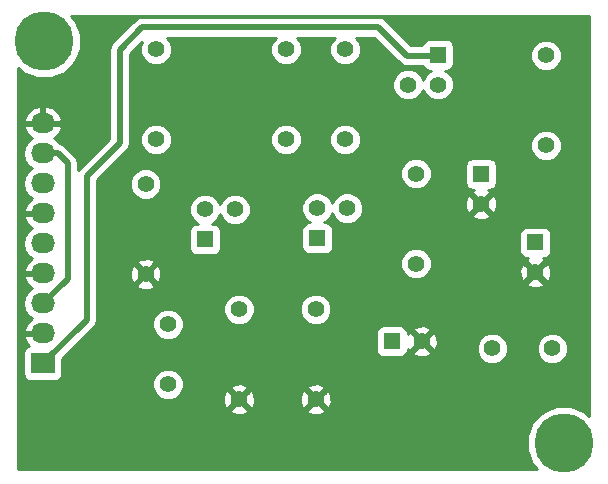
<source format=gtl>
G04 #@! TF.FileFunction,Copper,L1,Top,Signal*
%FSLAX45Y45*%
G04 Gerber Fmt 4.5, Leading zero omitted, Abs format (unit mm)*
G04 Created by KiCad (PCBNEW (2015-01-25 BZR 5388)-product) date Mo 03 Aug 2015 14:19:51 CEST*
%MOMM*%
G01*
G04 APERTURE LIST*
%ADD10C,0.150000*%
%ADD11C,5.001260*%
%ADD12C,1.397000*%
%ADD13R,1.397000X1.397000*%
%ADD14R,2.032000X1.727200*%
%ADD15O,2.032000X1.727200*%
%ADD16C,0.508000*%
%ADD17C,0.254000*%
G04 APERTURE END LIST*
D10*
D11*
X17100042Y-9900158D03*
X12700000Y-6499860D03*
D12*
X15249906Y-6568948D03*
X15249906Y-7330948D03*
X13649960Y-6568948D03*
X13649960Y-7330948D03*
X13560000Y-7709000D03*
X13560000Y-8471000D03*
X14999970Y-8769096D03*
X14999970Y-9531096D03*
X14349984Y-8769096D03*
X14349984Y-9531096D03*
X14750034Y-6568948D03*
X14750034Y-7330948D03*
X15850108Y-7618984D03*
X15850108Y-8380984D03*
X16949928Y-6618986D03*
X16949928Y-7380986D03*
X17004030Y-9100058D03*
X16496030Y-9100058D03*
X13750036Y-8896096D03*
X13750036Y-9404096D03*
D13*
X15643000Y-9040000D03*
D12*
X15897000Y-9040000D03*
D13*
X16400000Y-7623000D03*
D12*
X16400000Y-7877000D03*
D13*
X16860000Y-8203000D03*
D12*
X16860000Y-8457000D03*
D14*
X12690000Y-9226000D03*
D15*
X12690000Y-8972000D03*
X12690000Y-8718000D03*
X12690000Y-8464000D03*
X12690000Y-8210000D03*
X12690000Y-7956000D03*
X12690000Y-7702000D03*
X12690000Y-7448000D03*
X12690000Y-7194000D03*
D13*
X14063000Y-8177000D03*
D12*
X14063000Y-7923000D03*
X14317000Y-7923000D03*
D13*
X15013000Y-8167000D03*
D12*
X15013000Y-7913000D03*
X15267000Y-7913000D03*
D13*
X16037000Y-6613000D03*
D12*
X16037000Y-6867000D03*
X15783000Y-6867000D03*
D16*
X15773050Y-6623050D02*
X15530000Y-6380000D01*
X15530000Y-6380000D02*
X13530000Y-6380000D01*
X13530000Y-6380000D02*
X13340000Y-6570000D01*
X13340000Y-6570000D02*
X13340000Y-7360000D01*
X13340000Y-7360000D02*
X13060000Y-7640000D01*
X13060000Y-7640000D02*
X13060000Y-8856000D01*
X13060000Y-8856000D02*
X12690000Y-9226000D01*
X16026892Y-6623050D02*
X15773050Y-6623050D01*
X12818000Y-7448000D02*
X12900000Y-7530000D01*
X12900000Y-7530000D02*
X12900000Y-8508000D01*
X12900000Y-8508000D02*
X12690000Y-8718000D01*
X12690000Y-7448000D02*
X12818000Y-7448000D01*
D17*
G36*
X17317466Y-9674129D02*
X17277893Y-9634487D01*
X17162687Y-9586650D01*
X17137403Y-9586627D01*
X17137403Y-9073649D01*
X17117145Y-9024620D01*
X17083301Y-8990717D01*
X17083301Y-7354577D01*
X17083301Y-6592577D01*
X17063043Y-6543548D01*
X17025563Y-6506003D01*
X16976569Y-6485659D01*
X16923519Y-6485613D01*
X16874490Y-6505871D01*
X16836945Y-6543351D01*
X16816601Y-6592345D01*
X16816555Y-6645395D01*
X16836813Y-6694424D01*
X16874293Y-6731969D01*
X16923287Y-6752313D01*
X16976337Y-6752359D01*
X17025366Y-6732101D01*
X17062911Y-6694621D01*
X17083255Y-6645627D01*
X17083301Y-6592577D01*
X17083301Y-7354577D01*
X17063043Y-7305548D01*
X17025563Y-7268003D01*
X16976569Y-7247659D01*
X16923519Y-7247613D01*
X16874490Y-7267871D01*
X16836945Y-7305351D01*
X16816601Y-7354345D01*
X16816555Y-7407395D01*
X16836813Y-7456424D01*
X16874293Y-7493969D01*
X16923287Y-7514313D01*
X16976337Y-7514359D01*
X17025366Y-7494101D01*
X17062911Y-7456621D01*
X17083255Y-7407627D01*
X17083301Y-7354577D01*
X17083301Y-8990717D01*
X17079665Y-8987075D01*
X17030671Y-8966731D01*
X16994594Y-8966700D01*
X16994594Y-8272850D01*
X16994594Y-8133150D01*
X16989896Y-8108938D01*
X16975917Y-8087657D01*
X16954814Y-8073412D01*
X16929850Y-8068406D01*
X16790150Y-8068406D01*
X16765938Y-8073104D01*
X16744657Y-8087083D01*
X16730412Y-8108186D01*
X16725406Y-8133150D01*
X16725406Y-8272850D01*
X16730104Y-8297062D01*
X16744083Y-8318343D01*
X16765186Y-8332588D01*
X16790150Y-8337594D01*
X16796564Y-8337594D01*
X16790707Y-8340020D01*
X16784542Y-8363581D01*
X16860000Y-8439040D01*
X16935458Y-8363581D01*
X16929293Y-8340020D01*
X16922400Y-8337594D01*
X16929850Y-8337594D01*
X16954062Y-8332896D01*
X16975343Y-8318917D01*
X16989588Y-8297814D01*
X16994594Y-8272850D01*
X16994594Y-8966700D01*
X16994593Y-8966700D01*
X16994593Y-8476252D01*
X16991715Y-8423280D01*
X16976980Y-8387707D01*
X16953419Y-8381542D01*
X16877961Y-8457000D01*
X16953419Y-8532458D01*
X16976980Y-8526293D01*
X16994593Y-8476252D01*
X16994593Y-8966700D01*
X16977621Y-8966685D01*
X16935458Y-8984106D01*
X16935458Y-8550419D01*
X16860000Y-8474961D01*
X16842040Y-8492921D01*
X16842040Y-8457000D01*
X16766581Y-8381542D01*
X16743020Y-8387707D01*
X16725407Y-8437748D01*
X16728285Y-8490720D01*
X16743020Y-8526293D01*
X16766581Y-8532458D01*
X16842040Y-8457000D01*
X16842040Y-8492921D01*
X16784542Y-8550419D01*
X16790707Y-8573980D01*
X16840748Y-8591593D01*
X16893720Y-8588715D01*
X16929293Y-8573980D01*
X16935458Y-8550419D01*
X16935458Y-8984106D01*
X16928592Y-8986943D01*
X16891047Y-9024423D01*
X16870703Y-9073417D01*
X16870657Y-9126467D01*
X16890915Y-9175496D01*
X16928395Y-9213041D01*
X16977389Y-9233385D01*
X17030439Y-9233431D01*
X17079468Y-9213173D01*
X17117013Y-9175693D01*
X17137357Y-9126699D01*
X17137403Y-9073649D01*
X17137403Y-9586627D01*
X17037944Y-9586541D01*
X16922655Y-9634177D01*
X16834371Y-9722307D01*
X16786534Y-9837513D01*
X16786425Y-9962256D01*
X16834061Y-10077545D01*
X16873775Y-10117328D01*
X16629403Y-10117328D01*
X16629403Y-9073649D01*
X16609145Y-9024620D01*
X16571665Y-8987075D01*
X16534594Y-8971682D01*
X16534594Y-7692850D01*
X16534594Y-7553150D01*
X16529896Y-7528938D01*
X16515917Y-7507657D01*
X16494814Y-7493412D01*
X16469850Y-7488406D01*
X16330150Y-7488406D01*
X16305938Y-7493104D01*
X16284657Y-7507083D01*
X16270412Y-7528186D01*
X16265406Y-7553150D01*
X16265406Y-7692850D01*
X16270104Y-7717062D01*
X16284083Y-7738343D01*
X16305186Y-7752588D01*
X16330150Y-7757594D01*
X16336564Y-7757594D01*
X16330707Y-7760020D01*
X16324542Y-7783581D01*
X16400000Y-7859039D01*
X16475458Y-7783581D01*
X16469293Y-7760020D01*
X16462400Y-7757594D01*
X16469850Y-7757594D01*
X16494062Y-7752896D01*
X16515343Y-7738917D01*
X16529588Y-7717814D01*
X16534594Y-7692850D01*
X16534594Y-8971682D01*
X16534593Y-8971681D01*
X16534593Y-7896252D01*
X16531715Y-7843280D01*
X16516980Y-7807707D01*
X16493419Y-7801542D01*
X16417960Y-7877000D01*
X16493419Y-7952458D01*
X16516980Y-7946293D01*
X16534593Y-7896252D01*
X16534593Y-8971681D01*
X16522671Y-8966731D01*
X16475458Y-8966690D01*
X16475458Y-7970419D01*
X16400000Y-7894960D01*
X16382039Y-7912921D01*
X16382039Y-7877000D01*
X16306581Y-7801542D01*
X16283020Y-7807707D01*
X16265407Y-7857748D01*
X16268285Y-7910720D01*
X16283020Y-7946293D01*
X16306581Y-7952458D01*
X16382039Y-7877000D01*
X16382039Y-7912921D01*
X16324542Y-7970419D01*
X16330707Y-7993980D01*
X16380748Y-8011593D01*
X16433720Y-8008715D01*
X16469293Y-7993980D01*
X16475458Y-7970419D01*
X16475458Y-8966690D01*
X16469621Y-8966685D01*
X16420592Y-8986943D01*
X16383047Y-9024423D01*
X16362703Y-9073417D01*
X16362657Y-9126467D01*
X16382915Y-9175496D01*
X16420395Y-9213041D01*
X16469389Y-9233385D01*
X16522439Y-9233431D01*
X16571468Y-9213173D01*
X16609013Y-9175693D01*
X16629357Y-9126699D01*
X16629403Y-9073649D01*
X16629403Y-10117328D01*
X16171594Y-10117328D01*
X16171594Y-6682850D01*
X16171594Y-6543150D01*
X16166896Y-6518938D01*
X16152917Y-6497657D01*
X16131814Y-6483412D01*
X16106850Y-6478406D01*
X15967150Y-6478406D01*
X15942938Y-6483104D01*
X15921657Y-6497083D01*
X15907412Y-6518186D01*
X15904211Y-6534150D01*
X15809874Y-6534150D01*
X15592862Y-6317138D01*
X15564021Y-6297867D01*
X15530000Y-6291100D01*
X13530000Y-6291100D01*
X13495979Y-6297867D01*
X13467138Y-6317138D01*
X13277138Y-6507138D01*
X13257867Y-6535979D01*
X13251100Y-6570000D01*
X13251100Y-7323176D01*
X12997138Y-7577138D01*
X12988900Y-7589467D01*
X12988900Y-7530000D01*
X12982133Y-7495979D01*
X12982133Y-7495979D01*
X12962862Y-7467138D01*
X12880862Y-7385138D01*
X12852021Y-7365867D01*
X12827048Y-7360900D01*
X12814441Y-7342033D01*
X12783493Y-7321354D01*
X12825073Y-7284204D01*
X12850471Y-7231479D01*
X12850736Y-7229903D01*
X12850736Y-7158097D01*
X12850471Y-7156521D01*
X12825073Y-7103796D01*
X12781432Y-7064805D01*
X12726191Y-7045482D01*
X12702700Y-7059908D01*
X12702700Y-7181300D01*
X12838622Y-7181300D01*
X12850736Y-7158097D01*
X12850736Y-7229903D01*
X12838622Y-7206700D01*
X12702700Y-7206700D01*
X12702700Y-7208700D01*
X12677300Y-7208700D01*
X12677300Y-7206700D01*
X12677300Y-7181300D01*
X12677300Y-7059908D01*
X12653809Y-7045482D01*
X12598568Y-7064805D01*
X12554927Y-7103796D01*
X12529529Y-7156521D01*
X12529264Y-7158097D01*
X12541378Y-7181300D01*
X12677300Y-7181300D01*
X12677300Y-7206700D01*
X12541378Y-7206700D01*
X12529264Y-7229903D01*
X12529529Y-7231479D01*
X12554927Y-7284204D01*
X12596507Y-7321354D01*
X12565558Y-7342033D01*
X12533073Y-7390651D01*
X12521665Y-7448000D01*
X12533073Y-7505349D01*
X12565558Y-7553967D01*
X12597036Y-7575000D01*
X12565558Y-7596033D01*
X12533073Y-7644651D01*
X12521665Y-7702000D01*
X12533073Y-7759349D01*
X12565558Y-7807967D01*
X12596507Y-7828646D01*
X12554927Y-7865796D01*
X12529529Y-7918521D01*
X12529264Y-7920097D01*
X12541378Y-7943300D01*
X12677300Y-7943300D01*
X12677300Y-7941300D01*
X12702700Y-7941300D01*
X12702700Y-7943300D01*
X12704700Y-7943300D01*
X12704700Y-7968700D01*
X12702700Y-7968700D01*
X12702700Y-7970700D01*
X12677300Y-7970700D01*
X12677300Y-7968700D01*
X12541378Y-7968700D01*
X12529264Y-7991903D01*
X12529529Y-7993479D01*
X12554927Y-8046204D01*
X12596507Y-8083354D01*
X12565558Y-8104033D01*
X12533073Y-8152651D01*
X12521665Y-8210000D01*
X12533073Y-8267349D01*
X12565558Y-8315967D01*
X12596507Y-8336646D01*
X12554927Y-8373796D01*
X12529529Y-8426521D01*
X12529264Y-8428097D01*
X12541378Y-8451300D01*
X12677300Y-8451300D01*
X12677300Y-8449300D01*
X12702700Y-8449300D01*
X12702700Y-8451300D01*
X12704700Y-8451300D01*
X12704700Y-8476700D01*
X12702700Y-8476700D01*
X12702700Y-8478700D01*
X12677300Y-8478700D01*
X12677300Y-8476700D01*
X12541378Y-8476700D01*
X12529264Y-8499903D01*
X12529529Y-8501479D01*
X12554927Y-8554204D01*
X12596507Y-8591354D01*
X12565558Y-8612033D01*
X12533073Y-8660651D01*
X12521665Y-8718000D01*
X12533073Y-8775349D01*
X12565558Y-8823967D01*
X12596507Y-8844646D01*
X12554927Y-8881796D01*
X12529529Y-8934521D01*
X12529264Y-8936097D01*
X12541378Y-8959300D01*
X12677300Y-8959300D01*
X12677300Y-8957300D01*
X12702700Y-8957300D01*
X12702700Y-8959300D01*
X12704700Y-8959300D01*
X12704700Y-8984700D01*
X12702700Y-8984700D01*
X12702700Y-8986700D01*
X12677300Y-8986700D01*
X12677300Y-8984700D01*
X12541378Y-8984700D01*
X12529264Y-9007903D01*
X12529529Y-9009479D01*
X12554927Y-9062204D01*
X12572570Y-9077967D01*
X12564188Y-9079594D01*
X12542907Y-9093573D01*
X12528662Y-9114676D01*
X12523656Y-9139640D01*
X12523656Y-9312360D01*
X12528354Y-9336572D01*
X12542333Y-9357853D01*
X12563436Y-9372098D01*
X12588400Y-9377104D01*
X12791600Y-9377104D01*
X12815812Y-9372406D01*
X12837093Y-9358427D01*
X12851338Y-9337324D01*
X12856344Y-9312360D01*
X12856344Y-9185380D01*
X13122862Y-8918862D01*
X13142133Y-8890021D01*
X13142133Y-8890021D01*
X13148900Y-8856000D01*
X13148900Y-7676824D01*
X13402862Y-7422862D01*
X13422133Y-7394021D01*
X13422133Y-7394020D01*
X13428900Y-7360000D01*
X13428900Y-6606824D01*
X13533119Y-6502605D01*
X13516633Y-6542307D01*
X13516587Y-6595357D01*
X13536845Y-6644386D01*
X13574325Y-6681931D01*
X13623319Y-6702275D01*
X13676369Y-6702321D01*
X13725398Y-6682063D01*
X13762943Y-6644583D01*
X13783287Y-6595589D01*
X13783333Y-6542539D01*
X13763075Y-6493510D01*
X13738507Y-6468900D01*
X14661506Y-6468900D01*
X14637051Y-6493313D01*
X14616707Y-6542307D01*
X14616661Y-6595357D01*
X14636919Y-6644386D01*
X14674399Y-6681931D01*
X14723393Y-6702275D01*
X14776443Y-6702321D01*
X14825472Y-6682063D01*
X14863017Y-6644583D01*
X14883361Y-6595589D01*
X14883407Y-6542539D01*
X14863149Y-6493510D01*
X14838581Y-6468900D01*
X15161378Y-6468900D01*
X15136923Y-6493313D01*
X15116579Y-6542307D01*
X15116533Y-6595357D01*
X15136791Y-6644386D01*
X15174271Y-6681931D01*
X15223265Y-6702275D01*
X15276315Y-6702321D01*
X15325344Y-6682063D01*
X15362889Y-6644583D01*
X15383233Y-6595589D01*
X15383279Y-6542539D01*
X15363021Y-6493510D01*
X15338453Y-6468900D01*
X15493176Y-6468900D01*
X15710188Y-6685912D01*
X15739029Y-6705183D01*
X15739029Y-6705183D01*
X15773050Y-6711950D01*
X15910314Y-6711950D01*
X15921083Y-6728343D01*
X15942186Y-6742588D01*
X15967150Y-6747594D01*
X15976788Y-6747594D01*
X15961562Y-6753885D01*
X15924017Y-6791365D01*
X15909991Y-6825145D01*
X15896115Y-6791562D01*
X15858635Y-6754017D01*
X15809641Y-6733673D01*
X15756591Y-6733627D01*
X15707562Y-6753885D01*
X15670017Y-6791365D01*
X15649673Y-6840359D01*
X15649627Y-6893409D01*
X15669885Y-6942438D01*
X15707365Y-6979983D01*
X15756359Y-7000327D01*
X15809409Y-7000373D01*
X15858438Y-6980115D01*
X15895983Y-6942635D01*
X15910009Y-6908855D01*
X15923885Y-6942438D01*
X15961365Y-6979983D01*
X16010359Y-7000327D01*
X16063409Y-7000373D01*
X16112438Y-6980115D01*
X16149983Y-6942635D01*
X16170327Y-6893641D01*
X16170373Y-6840591D01*
X16150115Y-6791562D01*
X16112635Y-6754017D01*
X16097166Y-6747594D01*
X16106850Y-6747594D01*
X16131062Y-6742896D01*
X16152343Y-6728917D01*
X16166588Y-6707814D01*
X16171594Y-6682850D01*
X16171594Y-10117328D01*
X16031593Y-10117328D01*
X16031593Y-9059252D01*
X16028715Y-9006280D01*
X16013980Y-8970707D01*
X15990419Y-8964542D01*
X15983481Y-8971479D01*
X15983481Y-8354575D01*
X15983481Y-7592575D01*
X15963223Y-7543546D01*
X15925743Y-7506001D01*
X15876749Y-7485657D01*
X15823699Y-7485611D01*
X15774670Y-7505869D01*
X15737125Y-7543349D01*
X15716781Y-7592343D01*
X15716735Y-7645393D01*
X15736993Y-7694422D01*
X15774473Y-7731967D01*
X15823467Y-7752311D01*
X15876517Y-7752357D01*
X15925546Y-7732099D01*
X15963091Y-7694619D01*
X15983435Y-7645625D01*
X15983481Y-7592575D01*
X15983481Y-8354575D01*
X15963223Y-8305546D01*
X15925743Y-8268001D01*
X15876749Y-8247657D01*
X15823699Y-8247611D01*
X15774670Y-8267869D01*
X15737125Y-8305349D01*
X15716781Y-8354343D01*
X15716735Y-8407393D01*
X15736993Y-8456422D01*
X15774473Y-8493967D01*
X15823467Y-8514311D01*
X15876517Y-8514357D01*
X15925546Y-8494099D01*
X15963091Y-8456619D01*
X15983435Y-8407625D01*
X15983481Y-8354575D01*
X15983481Y-8971479D01*
X15972458Y-8982502D01*
X15972458Y-8946581D01*
X15966293Y-8923020D01*
X15916252Y-8905407D01*
X15863280Y-8908285D01*
X15827707Y-8923020D01*
X15821542Y-8946581D01*
X15897000Y-9022040D01*
X15972458Y-8946581D01*
X15972458Y-8982502D01*
X15914960Y-9040000D01*
X15990419Y-9115458D01*
X16013980Y-9109293D01*
X16031593Y-9059252D01*
X16031593Y-10117328D01*
X15972458Y-10117328D01*
X15972458Y-9133419D01*
X15897000Y-9057961D01*
X15879039Y-9075921D01*
X15879039Y-9040000D01*
X15803581Y-8964542D01*
X15780020Y-8970707D01*
X15777594Y-8977600D01*
X15777594Y-8970150D01*
X15772896Y-8945938D01*
X15758917Y-8924657D01*
X15737814Y-8910412D01*
X15712850Y-8905406D01*
X15573150Y-8905406D01*
X15548938Y-8910104D01*
X15527657Y-8924083D01*
X15513412Y-8945186D01*
X15508406Y-8970150D01*
X15508406Y-9109850D01*
X15513104Y-9134062D01*
X15527083Y-9155343D01*
X15548186Y-9169588D01*
X15573150Y-9174594D01*
X15712850Y-9174594D01*
X15737062Y-9169896D01*
X15758343Y-9155917D01*
X15772588Y-9134814D01*
X15777594Y-9109850D01*
X15777594Y-9103436D01*
X15780020Y-9109293D01*
X15803581Y-9115458D01*
X15879039Y-9040000D01*
X15879039Y-9075921D01*
X15821542Y-9133419D01*
X15827707Y-9156980D01*
X15877748Y-9174593D01*
X15930720Y-9171715D01*
X15966293Y-9156980D01*
X15972458Y-9133419D01*
X15972458Y-10117328D01*
X15400373Y-10117328D01*
X15400373Y-7886591D01*
X15383279Y-7845221D01*
X15383279Y-7304539D01*
X15363021Y-7255510D01*
X15325541Y-7217965D01*
X15276547Y-7197621D01*
X15223497Y-7197575D01*
X15174468Y-7217833D01*
X15136923Y-7255313D01*
X15116579Y-7304307D01*
X15116533Y-7357357D01*
X15136791Y-7406386D01*
X15174271Y-7443931D01*
X15223265Y-7464275D01*
X15276315Y-7464321D01*
X15325344Y-7444063D01*
X15362889Y-7406583D01*
X15383233Y-7357589D01*
X15383279Y-7304539D01*
X15383279Y-7845221D01*
X15380115Y-7837562D01*
X15342635Y-7800017D01*
X15293641Y-7779673D01*
X15240591Y-7779627D01*
X15191562Y-7799885D01*
X15154017Y-7837365D01*
X15139991Y-7871145D01*
X15126115Y-7837562D01*
X15088635Y-7800017D01*
X15039641Y-7779673D01*
X14986591Y-7779627D01*
X14937562Y-7799885D01*
X14900017Y-7837365D01*
X14883407Y-7877366D01*
X14883407Y-7304539D01*
X14863149Y-7255510D01*
X14825669Y-7217965D01*
X14776675Y-7197621D01*
X14723625Y-7197575D01*
X14674596Y-7217833D01*
X14637051Y-7255313D01*
X14616707Y-7304307D01*
X14616661Y-7357357D01*
X14636919Y-7406386D01*
X14674399Y-7443931D01*
X14723393Y-7464275D01*
X14776443Y-7464321D01*
X14825472Y-7444063D01*
X14863017Y-7406583D01*
X14883361Y-7357589D01*
X14883407Y-7304539D01*
X14883407Y-7877366D01*
X14879673Y-7886359D01*
X14879627Y-7939409D01*
X14899885Y-7988438D01*
X14937365Y-8025983D01*
X14952834Y-8032406D01*
X14943150Y-8032406D01*
X14918938Y-8037104D01*
X14897657Y-8051083D01*
X14883412Y-8072186D01*
X14878406Y-8097150D01*
X14878406Y-8236850D01*
X14883104Y-8261062D01*
X14897083Y-8282343D01*
X14918186Y-8296588D01*
X14943150Y-8301594D01*
X15082850Y-8301594D01*
X15107062Y-8296896D01*
X15128343Y-8282917D01*
X15142588Y-8261814D01*
X15147594Y-8236850D01*
X15147594Y-8097150D01*
X15142896Y-8072938D01*
X15128917Y-8051657D01*
X15107814Y-8037412D01*
X15082850Y-8032406D01*
X15073212Y-8032406D01*
X15088438Y-8026115D01*
X15125983Y-7988635D01*
X15140009Y-7954855D01*
X15153885Y-7988438D01*
X15191365Y-8025983D01*
X15240359Y-8046327D01*
X15293409Y-8046373D01*
X15342438Y-8026115D01*
X15379983Y-7988635D01*
X15400327Y-7939641D01*
X15400373Y-7886591D01*
X15400373Y-10117328D01*
X15134563Y-10117328D01*
X15134563Y-9550348D01*
X15133343Y-9527900D01*
X15133343Y-8742687D01*
X15113085Y-8693658D01*
X15075605Y-8656113D01*
X15026611Y-8635769D01*
X14973561Y-8635723D01*
X14924532Y-8655981D01*
X14886987Y-8693461D01*
X14866643Y-8742455D01*
X14866597Y-8795505D01*
X14886855Y-8844534D01*
X14924335Y-8882079D01*
X14973329Y-8902423D01*
X15026379Y-8902469D01*
X15075408Y-8882211D01*
X15112953Y-8844731D01*
X15133297Y-8795737D01*
X15133343Y-8742687D01*
X15133343Y-9527900D01*
X15131685Y-9497376D01*
X15116950Y-9461803D01*
X15093389Y-9455638D01*
X15075428Y-9473598D01*
X15075428Y-9437677D01*
X15069263Y-9414116D01*
X15019222Y-9396503D01*
X14966250Y-9399381D01*
X14930677Y-9414116D01*
X14924512Y-9437677D01*
X14999970Y-9513136D01*
X15075428Y-9437677D01*
X15075428Y-9473598D01*
X15017930Y-9531096D01*
X15093389Y-9606554D01*
X15116950Y-9600389D01*
X15134563Y-9550348D01*
X15134563Y-10117328D01*
X15075428Y-10117328D01*
X15075428Y-9624515D01*
X14999970Y-9549057D01*
X14982009Y-9567017D01*
X14982009Y-9531096D01*
X14906551Y-9455638D01*
X14882990Y-9461803D01*
X14865377Y-9511844D01*
X14868255Y-9564816D01*
X14882990Y-9600389D01*
X14906551Y-9606554D01*
X14982009Y-9531096D01*
X14982009Y-9567017D01*
X14924512Y-9624515D01*
X14930677Y-9648076D01*
X14980718Y-9665689D01*
X15033690Y-9662811D01*
X15069263Y-9648076D01*
X15075428Y-9624515D01*
X15075428Y-10117328D01*
X14484577Y-10117328D01*
X14484577Y-9550348D01*
X14483357Y-9527900D01*
X14483357Y-8742687D01*
X14463099Y-8693658D01*
X14450373Y-8680910D01*
X14450373Y-7896591D01*
X14430115Y-7847562D01*
X14392635Y-7810017D01*
X14343641Y-7789673D01*
X14290591Y-7789627D01*
X14241562Y-7809885D01*
X14204017Y-7847365D01*
X14189991Y-7881145D01*
X14176115Y-7847562D01*
X14138635Y-7810017D01*
X14089641Y-7789673D01*
X14036591Y-7789627D01*
X13987562Y-7809885D01*
X13950017Y-7847365D01*
X13929673Y-7896359D01*
X13929627Y-7949409D01*
X13949885Y-7998438D01*
X13987365Y-8035983D01*
X14002834Y-8042406D01*
X13993150Y-8042406D01*
X13968938Y-8047104D01*
X13947657Y-8061083D01*
X13933412Y-8082186D01*
X13928406Y-8107150D01*
X13928406Y-8246850D01*
X13933104Y-8271062D01*
X13947083Y-8292343D01*
X13968186Y-8306588D01*
X13993150Y-8311594D01*
X14132850Y-8311594D01*
X14157062Y-8306896D01*
X14178343Y-8292917D01*
X14192588Y-8271814D01*
X14197594Y-8246850D01*
X14197594Y-8107150D01*
X14192896Y-8082938D01*
X14178917Y-8061657D01*
X14157814Y-8047412D01*
X14132850Y-8042406D01*
X14123212Y-8042406D01*
X14138438Y-8036115D01*
X14175983Y-7998635D01*
X14190009Y-7964855D01*
X14203885Y-7998438D01*
X14241365Y-8035983D01*
X14290359Y-8056327D01*
X14343409Y-8056373D01*
X14392438Y-8036115D01*
X14429983Y-7998635D01*
X14450327Y-7949641D01*
X14450373Y-7896591D01*
X14450373Y-8680910D01*
X14425619Y-8656113D01*
X14376625Y-8635769D01*
X14323575Y-8635723D01*
X14274546Y-8655981D01*
X14237001Y-8693461D01*
X14216657Y-8742455D01*
X14216611Y-8795505D01*
X14236869Y-8844534D01*
X14274349Y-8882079D01*
X14323343Y-8902423D01*
X14376393Y-8902469D01*
X14425422Y-8882211D01*
X14462967Y-8844731D01*
X14483311Y-8795737D01*
X14483357Y-8742687D01*
X14483357Y-9527900D01*
X14481699Y-9497376D01*
X14466964Y-9461803D01*
X14443403Y-9455638D01*
X14425442Y-9473598D01*
X14425442Y-9437677D01*
X14419277Y-9414116D01*
X14369236Y-9396503D01*
X14316264Y-9399381D01*
X14280691Y-9414116D01*
X14274526Y-9437677D01*
X14349984Y-9513136D01*
X14425442Y-9437677D01*
X14425442Y-9473598D01*
X14367944Y-9531096D01*
X14443403Y-9606554D01*
X14466964Y-9600389D01*
X14484577Y-9550348D01*
X14484577Y-10117328D01*
X14425442Y-10117328D01*
X14425442Y-9624515D01*
X14349984Y-9549057D01*
X14332023Y-9567017D01*
X14332023Y-9531096D01*
X14256565Y-9455638D01*
X14233004Y-9461803D01*
X14215391Y-9511844D01*
X14218269Y-9564816D01*
X14233004Y-9600389D01*
X14256565Y-9606554D01*
X14332023Y-9531096D01*
X14332023Y-9567017D01*
X14274526Y-9624515D01*
X14280691Y-9648076D01*
X14330732Y-9665689D01*
X14383704Y-9662811D01*
X14419277Y-9648076D01*
X14425442Y-9624515D01*
X14425442Y-10117328D01*
X13883409Y-10117328D01*
X13883409Y-9377687D01*
X13883409Y-8869687D01*
X13863151Y-8820658D01*
X13825671Y-8783113D01*
X13783333Y-8765533D01*
X13783333Y-7304539D01*
X13763075Y-7255510D01*
X13725595Y-7217965D01*
X13676601Y-7197621D01*
X13623551Y-7197575D01*
X13574522Y-7217833D01*
X13536977Y-7255313D01*
X13516633Y-7304307D01*
X13516587Y-7357357D01*
X13536845Y-7406386D01*
X13574325Y-7443931D01*
X13623319Y-7464275D01*
X13676369Y-7464321D01*
X13725398Y-7444063D01*
X13762943Y-7406583D01*
X13783287Y-7357589D01*
X13783333Y-7304539D01*
X13783333Y-8765533D01*
X13776677Y-8762769D01*
X13723627Y-8762723D01*
X13694593Y-8774720D01*
X13694593Y-8490252D01*
X13693373Y-8467804D01*
X13693373Y-7682591D01*
X13673115Y-7633562D01*
X13635635Y-7596017D01*
X13586641Y-7575673D01*
X13533591Y-7575627D01*
X13484562Y-7595885D01*
X13447017Y-7633365D01*
X13426673Y-7682359D01*
X13426627Y-7735409D01*
X13446885Y-7784438D01*
X13484365Y-7821983D01*
X13533359Y-7842327D01*
X13586409Y-7842373D01*
X13635438Y-7822115D01*
X13672983Y-7784635D01*
X13693327Y-7735641D01*
X13693373Y-7682591D01*
X13693373Y-8467804D01*
X13691715Y-8437280D01*
X13676980Y-8401707D01*
X13653419Y-8395542D01*
X13635458Y-8413502D01*
X13635458Y-8377581D01*
X13629293Y-8354020D01*
X13579252Y-8336407D01*
X13526280Y-8339285D01*
X13490707Y-8354020D01*
X13484542Y-8377581D01*
X13560000Y-8453040D01*
X13635458Y-8377581D01*
X13635458Y-8413502D01*
X13577960Y-8471000D01*
X13653419Y-8546458D01*
X13676980Y-8540293D01*
X13694593Y-8490252D01*
X13694593Y-8774720D01*
X13674598Y-8782981D01*
X13637053Y-8820461D01*
X13635458Y-8824302D01*
X13635458Y-8564419D01*
X13560000Y-8488961D01*
X13542039Y-8506921D01*
X13542039Y-8471000D01*
X13466581Y-8395542D01*
X13443020Y-8401707D01*
X13425407Y-8451748D01*
X13428285Y-8504720D01*
X13443020Y-8540293D01*
X13466581Y-8546458D01*
X13542039Y-8471000D01*
X13542039Y-8506921D01*
X13484542Y-8564419D01*
X13490707Y-8587980D01*
X13540748Y-8605593D01*
X13593720Y-8602715D01*
X13629293Y-8587980D01*
X13635458Y-8564419D01*
X13635458Y-8824302D01*
X13616709Y-8869455D01*
X13616663Y-8922505D01*
X13636921Y-8971534D01*
X13674401Y-9009079D01*
X13723395Y-9029423D01*
X13776445Y-9029469D01*
X13825474Y-9009211D01*
X13863019Y-8971731D01*
X13883363Y-8922737D01*
X13883409Y-8869687D01*
X13883409Y-9377687D01*
X13863151Y-9328658D01*
X13825671Y-9291113D01*
X13776677Y-9270769D01*
X13723627Y-9270723D01*
X13674598Y-9290981D01*
X13637053Y-9328461D01*
X13616709Y-9377455D01*
X13616663Y-9430505D01*
X13636921Y-9479534D01*
X13674401Y-9517079D01*
X13723395Y-9537423D01*
X13776445Y-9537469D01*
X13825474Y-9517211D01*
X13863019Y-9479731D01*
X13883363Y-9430737D01*
X13883409Y-9377687D01*
X13883409Y-10117328D01*
X12482576Y-10117328D01*
X12482576Y-6725889D01*
X12522149Y-6765531D01*
X12637355Y-6813368D01*
X12762098Y-6813477D01*
X12877387Y-6765841D01*
X12965671Y-6677711D01*
X13013508Y-6562505D01*
X13013617Y-6437762D01*
X12965981Y-6322473D01*
X12926014Y-6282436D01*
X17317466Y-6282436D01*
X17317466Y-9674129D01*
X17317466Y-9674129D01*
G37*
X17317466Y-9674129D02*
X17277893Y-9634487D01*
X17162687Y-9586650D01*
X17137403Y-9586627D01*
X17137403Y-9073649D01*
X17117145Y-9024620D01*
X17083301Y-8990717D01*
X17083301Y-7354577D01*
X17083301Y-6592577D01*
X17063043Y-6543548D01*
X17025563Y-6506003D01*
X16976569Y-6485659D01*
X16923519Y-6485613D01*
X16874490Y-6505871D01*
X16836945Y-6543351D01*
X16816601Y-6592345D01*
X16816555Y-6645395D01*
X16836813Y-6694424D01*
X16874293Y-6731969D01*
X16923287Y-6752313D01*
X16976337Y-6752359D01*
X17025366Y-6732101D01*
X17062911Y-6694621D01*
X17083255Y-6645627D01*
X17083301Y-6592577D01*
X17083301Y-7354577D01*
X17063043Y-7305548D01*
X17025563Y-7268003D01*
X16976569Y-7247659D01*
X16923519Y-7247613D01*
X16874490Y-7267871D01*
X16836945Y-7305351D01*
X16816601Y-7354345D01*
X16816555Y-7407395D01*
X16836813Y-7456424D01*
X16874293Y-7493969D01*
X16923287Y-7514313D01*
X16976337Y-7514359D01*
X17025366Y-7494101D01*
X17062911Y-7456621D01*
X17083255Y-7407627D01*
X17083301Y-7354577D01*
X17083301Y-8990717D01*
X17079665Y-8987075D01*
X17030671Y-8966731D01*
X16994594Y-8966700D01*
X16994594Y-8272850D01*
X16994594Y-8133150D01*
X16989896Y-8108938D01*
X16975917Y-8087657D01*
X16954814Y-8073412D01*
X16929850Y-8068406D01*
X16790150Y-8068406D01*
X16765938Y-8073104D01*
X16744657Y-8087083D01*
X16730412Y-8108186D01*
X16725406Y-8133150D01*
X16725406Y-8272850D01*
X16730104Y-8297062D01*
X16744083Y-8318343D01*
X16765186Y-8332588D01*
X16790150Y-8337594D01*
X16796564Y-8337594D01*
X16790707Y-8340020D01*
X16784542Y-8363581D01*
X16860000Y-8439040D01*
X16935458Y-8363581D01*
X16929293Y-8340020D01*
X16922400Y-8337594D01*
X16929850Y-8337594D01*
X16954062Y-8332896D01*
X16975343Y-8318917D01*
X16989588Y-8297814D01*
X16994594Y-8272850D01*
X16994594Y-8966700D01*
X16994593Y-8966700D01*
X16994593Y-8476252D01*
X16991715Y-8423280D01*
X16976980Y-8387707D01*
X16953419Y-8381542D01*
X16877961Y-8457000D01*
X16953419Y-8532458D01*
X16976980Y-8526293D01*
X16994593Y-8476252D01*
X16994593Y-8966700D01*
X16977621Y-8966685D01*
X16935458Y-8984106D01*
X16935458Y-8550419D01*
X16860000Y-8474961D01*
X16842040Y-8492921D01*
X16842040Y-8457000D01*
X16766581Y-8381542D01*
X16743020Y-8387707D01*
X16725407Y-8437748D01*
X16728285Y-8490720D01*
X16743020Y-8526293D01*
X16766581Y-8532458D01*
X16842040Y-8457000D01*
X16842040Y-8492921D01*
X16784542Y-8550419D01*
X16790707Y-8573980D01*
X16840748Y-8591593D01*
X16893720Y-8588715D01*
X16929293Y-8573980D01*
X16935458Y-8550419D01*
X16935458Y-8984106D01*
X16928592Y-8986943D01*
X16891047Y-9024423D01*
X16870703Y-9073417D01*
X16870657Y-9126467D01*
X16890915Y-9175496D01*
X16928395Y-9213041D01*
X16977389Y-9233385D01*
X17030439Y-9233431D01*
X17079468Y-9213173D01*
X17117013Y-9175693D01*
X17137357Y-9126699D01*
X17137403Y-9073649D01*
X17137403Y-9586627D01*
X17037944Y-9586541D01*
X16922655Y-9634177D01*
X16834371Y-9722307D01*
X16786534Y-9837513D01*
X16786425Y-9962256D01*
X16834061Y-10077545D01*
X16873775Y-10117328D01*
X16629403Y-10117328D01*
X16629403Y-9073649D01*
X16609145Y-9024620D01*
X16571665Y-8987075D01*
X16534594Y-8971682D01*
X16534594Y-7692850D01*
X16534594Y-7553150D01*
X16529896Y-7528938D01*
X16515917Y-7507657D01*
X16494814Y-7493412D01*
X16469850Y-7488406D01*
X16330150Y-7488406D01*
X16305938Y-7493104D01*
X16284657Y-7507083D01*
X16270412Y-7528186D01*
X16265406Y-7553150D01*
X16265406Y-7692850D01*
X16270104Y-7717062D01*
X16284083Y-7738343D01*
X16305186Y-7752588D01*
X16330150Y-7757594D01*
X16336564Y-7757594D01*
X16330707Y-7760020D01*
X16324542Y-7783581D01*
X16400000Y-7859039D01*
X16475458Y-7783581D01*
X16469293Y-7760020D01*
X16462400Y-7757594D01*
X16469850Y-7757594D01*
X16494062Y-7752896D01*
X16515343Y-7738917D01*
X16529588Y-7717814D01*
X16534594Y-7692850D01*
X16534594Y-8971682D01*
X16534593Y-8971681D01*
X16534593Y-7896252D01*
X16531715Y-7843280D01*
X16516980Y-7807707D01*
X16493419Y-7801542D01*
X16417960Y-7877000D01*
X16493419Y-7952458D01*
X16516980Y-7946293D01*
X16534593Y-7896252D01*
X16534593Y-8971681D01*
X16522671Y-8966731D01*
X16475458Y-8966690D01*
X16475458Y-7970419D01*
X16400000Y-7894960D01*
X16382039Y-7912921D01*
X16382039Y-7877000D01*
X16306581Y-7801542D01*
X16283020Y-7807707D01*
X16265407Y-7857748D01*
X16268285Y-7910720D01*
X16283020Y-7946293D01*
X16306581Y-7952458D01*
X16382039Y-7877000D01*
X16382039Y-7912921D01*
X16324542Y-7970419D01*
X16330707Y-7993980D01*
X16380748Y-8011593D01*
X16433720Y-8008715D01*
X16469293Y-7993980D01*
X16475458Y-7970419D01*
X16475458Y-8966690D01*
X16469621Y-8966685D01*
X16420592Y-8986943D01*
X16383047Y-9024423D01*
X16362703Y-9073417D01*
X16362657Y-9126467D01*
X16382915Y-9175496D01*
X16420395Y-9213041D01*
X16469389Y-9233385D01*
X16522439Y-9233431D01*
X16571468Y-9213173D01*
X16609013Y-9175693D01*
X16629357Y-9126699D01*
X16629403Y-9073649D01*
X16629403Y-10117328D01*
X16171594Y-10117328D01*
X16171594Y-6682850D01*
X16171594Y-6543150D01*
X16166896Y-6518938D01*
X16152917Y-6497657D01*
X16131814Y-6483412D01*
X16106850Y-6478406D01*
X15967150Y-6478406D01*
X15942938Y-6483104D01*
X15921657Y-6497083D01*
X15907412Y-6518186D01*
X15904211Y-6534150D01*
X15809874Y-6534150D01*
X15592862Y-6317138D01*
X15564021Y-6297867D01*
X15530000Y-6291100D01*
X13530000Y-6291100D01*
X13495979Y-6297867D01*
X13467138Y-6317138D01*
X13277138Y-6507138D01*
X13257867Y-6535979D01*
X13251100Y-6570000D01*
X13251100Y-7323176D01*
X12997138Y-7577138D01*
X12988900Y-7589467D01*
X12988900Y-7530000D01*
X12982133Y-7495979D01*
X12982133Y-7495979D01*
X12962862Y-7467138D01*
X12880862Y-7385138D01*
X12852021Y-7365867D01*
X12827048Y-7360900D01*
X12814441Y-7342033D01*
X12783493Y-7321354D01*
X12825073Y-7284204D01*
X12850471Y-7231479D01*
X12850736Y-7229903D01*
X12850736Y-7158097D01*
X12850471Y-7156521D01*
X12825073Y-7103796D01*
X12781432Y-7064805D01*
X12726191Y-7045482D01*
X12702700Y-7059908D01*
X12702700Y-7181300D01*
X12838622Y-7181300D01*
X12850736Y-7158097D01*
X12850736Y-7229903D01*
X12838622Y-7206700D01*
X12702700Y-7206700D01*
X12702700Y-7208700D01*
X12677300Y-7208700D01*
X12677300Y-7206700D01*
X12677300Y-7181300D01*
X12677300Y-7059908D01*
X12653809Y-7045482D01*
X12598568Y-7064805D01*
X12554927Y-7103796D01*
X12529529Y-7156521D01*
X12529264Y-7158097D01*
X12541378Y-7181300D01*
X12677300Y-7181300D01*
X12677300Y-7206700D01*
X12541378Y-7206700D01*
X12529264Y-7229903D01*
X12529529Y-7231479D01*
X12554927Y-7284204D01*
X12596507Y-7321354D01*
X12565558Y-7342033D01*
X12533073Y-7390651D01*
X12521665Y-7448000D01*
X12533073Y-7505349D01*
X12565558Y-7553967D01*
X12597036Y-7575000D01*
X12565558Y-7596033D01*
X12533073Y-7644651D01*
X12521665Y-7702000D01*
X12533073Y-7759349D01*
X12565558Y-7807967D01*
X12596507Y-7828646D01*
X12554927Y-7865796D01*
X12529529Y-7918521D01*
X12529264Y-7920097D01*
X12541378Y-7943300D01*
X12677300Y-7943300D01*
X12677300Y-7941300D01*
X12702700Y-7941300D01*
X12702700Y-7943300D01*
X12704700Y-7943300D01*
X12704700Y-7968700D01*
X12702700Y-7968700D01*
X12702700Y-7970700D01*
X12677300Y-7970700D01*
X12677300Y-7968700D01*
X12541378Y-7968700D01*
X12529264Y-7991903D01*
X12529529Y-7993479D01*
X12554927Y-8046204D01*
X12596507Y-8083354D01*
X12565558Y-8104033D01*
X12533073Y-8152651D01*
X12521665Y-8210000D01*
X12533073Y-8267349D01*
X12565558Y-8315967D01*
X12596507Y-8336646D01*
X12554927Y-8373796D01*
X12529529Y-8426521D01*
X12529264Y-8428097D01*
X12541378Y-8451300D01*
X12677300Y-8451300D01*
X12677300Y-8449300D01*
X12702700Y-8449300D01*
X12702700Y-8451300D01*
X12704700Y-8451300D01*
X12704700Y-8476700D01*
X12702700Y-8476700D01*
X12702700Y-8478700D01*
X12677300Y-8478700D01*
X12677300Y-8476700D01*
X12541378Y-8476700D01*
X12529264Y-8499903D01*
X12529529Y-8501479D01*
X12554927Y-8554204D01*
X12596507Y-8591354D01*
X12565558Y-8612033D01*
X12533073Y-8660651D01*
X12521665Y-8718000D01*
X12533073Y-8775349D01*
X12565558Y-8823967D01*
X12596507Y-8844646D01*
X12554927Y-8881796D01*
X12529529Y-8934521D01*
X12529264Y-8936097D01*
X12541378Y-8959300D01*
X12677300Y-8959300D01*
X12677300Y-8957300D01*
X12702700Y-8957300D01*
X12702700Y-8959300D01*
X12704700Y-8959300D01*
X12704700Y-8984700D01*
X12702700Y-8984700D01*
X12702700Y-8986700D01*
X12677300Y-8986700D01*
X12677300Y-8984700D01*
X12541378Y-8984700D01*
X12529264Y-9007903D01*
X12529529Y-9009479D01*
X12554927Y-9062204D01*
X12572570Y-9077967D01*
X12564188Y-9079594D01*
X12542907Y-9093573D01*
X12528662Y-9114676D01*
X12523656Y-9139640D01*
X12523656Y-9312360D01*
X12528354Y-9336572D01*
X12542333Y-9357853D01*
X12563436Y-9372098D01*
X12588400Y-9377104D01*
X12791600Y-9377104D01*
X12815812Y-9372406D01*
X12837093Y-9358427D01*
X12851338Y-9337324D01*
X12856344Y-9312360D01*
X12856344Y-9185380D01*
X13122862Y-8918862D01*
X13142133Y-8890021D01*
X13142133Y-8890021D01*
X13148900Y-8856000D01*
X13148900Y-7676824D01*
X13402862Y-7422862D01*
X13422133Y-7394021D01*
X13422133Y-7394020D01*
X13428900Y-7360000D01*
X13428900Y-6606824D01*
X13533119Y-6502605D01*
X13516633Y-6542307D01*
X13516587Y-6595357D01*
X13536845Y-6644386D01*
X13574325Y-6681931D01*
X13623319Y-6702275D01*
X13676369Y-6702321D01*
X13725398Y-6682063D01*
X13762943Y-6644583D01*
X13783287Y-6595589D01*
X13783333Y-6542539D01*
X13763075Y-6493510D01*
X13738507Y-6468900D01*
X14661506Y-6468900D01*
X14637051Y-6493313D01*
X14616707Y-6542307D01*
X14616661Y-6595357D01*
X14636919Y-6644386D01*
X14674399Y-6681931D01*
X14723393Y-6702275D01*
X14776443Y-6702321D01*
X14825472Y-6682063D01*
X14863017Y-6644583D01*
X14883361Y-6595589D01*
X14883407Y-6542539D01*
X14863149Y-6493510D01*
X14838581Y-6468900D01*
X15161378Y-6468900D01*
X15136923Y-6493313D01*
X15116579Y-6542307D01*
X15116533Y-6595357D01*
X15136791Y-6644386D01*
X15174271Y-6681931D01*
X15223265Y-6702275D01*
X15276315Y-6702321D01*
X15325344Y-6682063D01*
X15362889Y-6644583D01*
X15383233Y-6595589D01*
X15383279Y-6542539D01*
X15363021Y-6493510D01*
X15338453Y-6468900D01*
X15493176Y-6468900D01*
X15710188Y-6685912D01*
X15739029Y-6705183D01*
X15739029Y-6705183D01*
X15773050Y-6711950D01*
X15910314Y-6711950D01*
X15921083Y-6728343D01*
X15942186Y-6742588D01*
X15967150Y-6747594D01*
X15976788Y-6747594D01*
X15961562Y-6753885D01*
X15924017Y-6791365D01*
X15909991Y-6825145D01*
X15896115Y-6791562D01*
X15858635Y-6754017D01*
X15809641Y-6733673D01*
X15756591Y-6733627D01*
X15707562Y-6753885D01*
X15670017Y-6791365D01*
X15649673Y-6840359D01*
X15649627Y-6893409D01*
X15669885Y-6942438D01*
X15707365Y-6979983D01*
X15756359Y-7000327D01*
X15809409Y-7000373D01*
X15858438Y-6980115D01*
X15895983Y-6942635D01*
X15910009Y-6908855D01*
X15923885Y-6942438D01*
X15961365Y-6979983D01*
X16010359Y-7000327D01*
X16063409Y-7000373D01*
X16112438Y-6980115D01*
X16149983Y-6942635D01*
X16170327Y-6893641D01*
X16170373Y-6840591D01*
X16150115Y-6791562D01*
X16112635Y-6754017D01*
X16097166Y-6747594D01*
X16106850Y-6747594D01*
X16131062Y-6742896D01*
X16152343Y-6728917D01*
X16166588Y-6707814D01*
X16171594Y-6682850D01*
X16171594Y-10117328D01*
X16031593Y-10117328D01*
X16031593Y-9059252D01*
X16028715Y-9006280D01*
X16013980Y-8970707D01*
X15990419Y-8964542D01*
X15983481Y-8971479D01*
X15983481Y-8354575D01*
X15983481Y-7592575D01*
X15963223Y-7543546D01*
X15925743Y-7506001D01*
X15876749Y-7485657D01*
X15823699Y-7485611D01*
X15774670Y-7505869D01*
X15737125Y-7543349D01*
X15716781Y-7592343D01*
X15716735Y-7645393D01*
X15736993Y-7694422D01*
X15774473Y-7731967D01*
X15823467Y-7752311D01*
X15876517Y-7752357D01*
X15925546Y-7732099D01*
X15963091Y-7694619D01*
X15983435Y-7645625D01*
X15983481Y-7592575D01*
X15983481Y-8354575D01*
X15963223Y-8305546D01*
X15925743Y-8268001D01*
X15876749Y-8247657D01*
X15823699Y-8247611D01*
X15774670Y-8267869D01*
X15737125Y-8305349D01*
X15716781Y-8354343D01*
X15716735Y-8407393D01*
X15736993Y-8456422D01*
X15774473Y-8493967D01*
X15823467Y-8514311D01*
X15876517Y-8514357D01*
X15925546Y-8494099D01*
X15963091Y-8456619D01*
X15983435Y-8407625D01*
X15983481Y-8354575D01*
X15983481Y-8971479D01*
X15972458Y-8982502D01*
X15972458Y-8946581D01*
X15966293Y-8923020D01*
X15916252Y-8905407D01*
X15863280Y-8908285D01*
X15827707Y-8923020D01*
X15821542Y-8946581D01*
X15897000Y-9022040D01*
X15972458Y-8946581D01*
X15972458Y-8982502D01*
X15914960Y-9040000D01*
X15990419Y-9115458D01*
X16013980Y-9109293D01*
X16031593Y-9059252D01*
X16031593Y-10117328D01*
X15972458Y-10117328D01*
X15972458Y-9133419D01*
X15897000Y-9057961D01*
X15879039Y-9075921D01*
X15879039Y-9040000D01*
X15803581Y-8964542D01*
X15780020Y-8970707D01*
X15777594Y-8977600D01*
X15777594Y-8970150D01*
X15772896Y-8945938D01*
X15758917Y-8924657D01*
X15737814Y-8910412D01*
X15712850Y-8905406D01*
X15573150Y-8905406D01*
X15548938Y-8910104D01*
X15527657Y-8924083D01*
X15513412Y-8945186D01*
X15508406Y-8970150D01*
X15508406Y-9109850D01*
X15513104Y-9134062D01*
X15527083Y-9155343D01*
X15548186Y-9169588D01*
X15573150Y-9174594D01*
X15712850Y-9174594D01*
X15737062Y-9169896D01*
X15758343Y-9155917D01*
X15772588Y-9134814D01*
X15777594Y-9109850D01*
X15777594Y-9103436D01*
X15780020Y-9109293D01*
X15803581Y-9115458D01*
X15879039Y-9040000D01*
X15879039Y-9075921D01*
X15821542Y-9133419D01*
X15827707Y-9156980D01*
X15877748Y-9174593D01*
X15930720Y-9171715D01*
X15966293Y-9156980D01*
X15972458Y-9133419D01*
X15972458Y-10117328D01*
X15400373Y-10117328D01*
X15400373Y-7886591D01*
X15383279Y-7845221D01*
X15383279Y-7304539D01*
X15363021Y-7255510D01*
X15325541Y-7217965D01*
X15276547Y-7197621D01*
X15223497Y-7197575D01*
X15174468Y-7217833D01*
X15136923Y-7255313D01*
X15116579Y-7304307D01*
X15116533Y-7357357D01*
X15136791Y-7406386D01*
X15174271Y-7443931D01*
X15223265Y-7464275D01*
X15276315Y-7464321D01*
X15325344Y-7444063D01*
X15362889Y-7406583D01*
X15383233Y-7357589D01*
X15383279Y-7304539D01*
X15383279Y-7845221D01*
X15380115Y-7837562D01*
X15342635Y-7800017D01*
X15293641Y-7779673D01*
X15240591Y-7779627D01*
X15191562Y-7799885D01*
X15154017Y-7837365D01*
X15139991Y-7871145D01*
X15126115Y-7837562D01*
X15088635Y-7800017D01*
X15039641Y-7779673D01*
X14986591Y-7779627D01*
X14937562Y-7799885D01*
X14900017Y-7837365D01*
X14883407Y-7877366D01*
X14883407Y-7304539D01*
X14863149Y-7255510D01*
X14825669Y-7217965D01*
X14776675Y-7197621D01*
X14723625Y-7197575D01*
X14674596Y-7217833D01*
X14637051Y-7255313D01*
X14616707Y-7304307D01*
X14616661Y-7357357D01*
X14636919Y-7406386D01*
X14674399Y-7443931D01*
X14723393Y-7464275D01*
X14776443Y-7464321D01*
X14825472Y-7444063D01*
X14863017Y-7406583D01*
X14883361Y-7357589D01*
X14883407Y-7304539D01*
X14883407Y-7877366D01*
X14879673Y-7886359D01*
X14879627Y-7939409D01*
X14899885Y-7988438D01*
X14937365Y-8025983D01*
X14952834Y-8032406D01*
X14943150Y-8032406D01*
X14918938Y-8037104D01*
X14897657Y-8051083D01*
X14883412Y-8072186D01*
X14878406Y-8097150D01*
X14878406Y-8236850D01*
X14883104Y-8261062D01*
X14897083Y-8282343D01*
X14918186Y-8296588D01*
X14943150Y-8301594D01*
X15082850Y-8301594D01*
X15107062Y-8296896D01*
X15128343Y-8282917D01*
X15142588Y-8261814D01*
X15147594Y-8236850D01*
X15147594Y-8097150D01*
X15142896Y-8072938D01*
X15128917Y-8051657D01*
X15107814Y-8037412D01*
X15082850Y-8032406D01*
X15073212Y-8032406D01*
X15088438Y-8026115D01*
X15125983Y-7988635D01*
X15140009Y-7954855D01*
X15153885Y-7988438D01*
X15191365Y-8025983D01*
X15240359Y-8046327D01*
X15293409Y-8046373D01*
X15342438Y-8026115D01*
X15379983Y-7988635D01*
X15400327Y-7939641D01*
X15400373Y-7886591D01*
X15400373Y-10117328D01*
X15134563Y-10117328D01*
X15134563Y-9550348D01*
X15133343Y-9527900D01*
X15133343Y-8742687D01*
X15113085Y-8693658D01*
X15075605Y-8656113D01*
X15026611Y-8635769D01*
X14973561Y-8635723D01*
X14924532Y-8655981D01*
X14886987Y-8693461D01*
X14866643Y-8742455D01*
X14866597Y-8795505D01*
X14886855Y-8844534D01*
X14924335Y-8882079D01*
X14973329Y-8902423D01*
X15026379Y-8902469D01*
X15075408Y-8882211D01*
X15112953Y-8844731D01*
X15133297Y-8795737D01*
X15133343Y-8742687D01*
X15133343Y-9527900D01*
X15131685Y-9497376D01*
X15116950Y-9461803D01*
X15093389Y-9455638D01*
X15075428Y-9473598D01*
X15075428Y-9437677D01*
X15069263Y-9414116D01*
X15019222Y-9396503D01*
X14966250Y-9399381D01*
X14930677Y-9414116D01*
X14924512Y-9437677D01*
X14999970Y-9513136D01*
X15075428Y-9437677D01*
X15075428Y-9473598D01*
X15017930Y-9531096D01*
X15093389Y-9606554D01*
X15116950Y-9600389D01*
X15134563Y-9550348D01*
X15134563Y-10117328D01*
X15075428Y-10117328D01*
X15075428Y-9624515D01*
X14999970Y-9549057D01*
X14982009Y-9567017D01*
X14982009Y-9531096D01*
X14906551Y-9455638D01*
X14882990Y-9461803D01*
X14865377Y-9511844D01*
X14868255Y-9564816D01*
X14882990Y-9600389D01*
X14906551Y-9606554D01*
X14982009Y-9531096D01*
X14982009Y-9567017D01*
X14924512Y-9624515D01*
X14930677Y-9648076D01*
X14980718Y-9665689D01*
X15033690Y-9662811D01*
X15069263Y-9648076D01*
X15075428Y-9624515D01*
X15075428Y-10117328D01*
X14484577Y-10117328D01*
X14484577Y-9550348D01*
X14483357Y-9527900D01*
X14483357Y-8742687D01*
X14463099Y-8693658D01*
X14450373Y-8680910D01*
X14450373Y-7896591D01*
X14430115Y-7847562D01*
X14392635Y-7810017D01*
X14343641Y-7789673D01*
X14290591Y-7789627D01*
X14241562Y-7809885D01*
X14204017Y-7847365D01*
X14189991Y-7881145D01*
X14176115Y-7847562D01*
X14138635Y-7810017D01*
X14089641Y-7789673D01*
X14036591Y-7789627D01*
X13987562Y-7809885D01*
X13950017Y-7847365D01*
X13929673Y-7896359D01*
X13929627Y-7949409D01*
X13949885Y-7998438D01*
X13987365Y-8035983D01*
X14002834Y-8042406D01*
X13993150Y-8042406D01*
X13968938Y-8047104D01*
X13947657Y-8061083D01*
X13933412Y-8082186D01*
X13928406Y-8107150D01*
X13928406Y-8246850D01*
X13933104Y-8271062D01*
X13947083Y-8292343D01*
X13968186Y-8306588D01*
X13993150Y-8311594D01*
X14132850Y-8311594D01*
X14157062Y-8306896D01*
X14178343Y-8292917D01*
X14192588Y-8271814D01*
X14197594Y-8246850D01*
X14197594Y-8107150D01*
X14192896Y-8082938D01*
X14178917Y-8061657D01*
X14157814Y-8047412D01*
X14132850Y-8042406D01*
X14123212Y-8042406D01*
X14138438Y-8036115D01*
X14175983Y-7998635D01*
X14190009Y-7964855D01*
X14203885Y-7998438D01*
X14241365Y-8035983D01*
X14290359Y-8056327D01*
X14343409Y-8056373D01*
X14392438Y-8036115D01*
X14429983Y-7998635D01*
X14450327Y-7949641D01*
X14450373Y-7896591D01*
X14450373Y-8680910D01*
X14425619Y-8656113D01*
X14376625Y-8635769D01*
X14323575Y-8635723D01*
X14274546Y-8655981D01*
X14237001Y-8693461D01*
X14216657Y-8742455D01*
X14216611Y-8795505D01*
X14236869Y-8844534D01*
X14274349Y-8882079D01*
X14323343Y-8902423D01*
X14376393Y-8902469D01*
X14425422Y-8882211D01*
X14462967Y-8844731D01*
X14483311Y-8795737D01*
X14483357Y-8742687D01*
X14483357Y-9527900D01*
X14481699Y-9497376D01*
X14466964Y-9461803D01*
X14443403Y-9455638D01*
X14425442Y-9473598D01*
X14425442Y-9437677D01*
X14419277Y-9414116D01*
X14369236Y-9396503D01*
X14316264Y-9399381D01*
X14280691Y-9414116D01*
X14274526Y-9437677D01*
X14349984Y-9513136D01*
X14425442Y-9437677D01*
X14425442Y-9473598D01*
X14367944Y-9531096D01*
X14443403Y-9606554D01*
X14466964Y-9600389D01*
X14484577Y-9550348D01*
X14484577Y-10117328D01*
X14425442Y-10117328D01*
X14425442Y-9624515D01*
X14349984Y-9549057D01*
X14332023Y-9567017D01*
X14332023Y-9531096D01*
X14256565Y-9455638D01*
X14233004Y-9461803D01*
X14215391Y-9511844D01*
X14218269Y-9564816D01*
X14233004Y-9600389D01*
X14256565Y-9606554D01*
X14332023Y-9531096D01*
X14332023Y-9567017D01*
X14274526Y-9624515D01*
X14280691Y-9648076D01*
X14330732Y-9665689D01*
X14383704Y-9662811D01*
X14419277Y-9648076D01*
X14425442Y-9624515D01*
X14425442Y-10117328D01*
X13883409Y-10117328D01*
X13883409Y-9377687D01*
X13883409Y-8869687D01*
X13863151Y-8820658D01*
X13825671Y-8783113D01*
X13783333Y-8765533D01*
X13783333Y-7304539D01*
X13763075Y-7255510D01*
X13725595Y-7217965D01*
X13676601Y-7197621D01*
X13623551Y-7197575D01*
X13574522Y-7217833D01*
X13536977Y-7255313D01*
X13516633Y-7304307D01*
X13516587Y-7357357D01*
X13536845Y-7406386D01*
X13574325Y-7443931D01*
X13623319Y-7464275D01*
X13676369Y-7464321D01*
X13725398Y-7444063D01*
X13762943Y-7406583D01*
X13783287Y-7357589D01*
X13783333Y-7304539D01*
X13783333Y-8765533D01*
X13776677Y-8762769D01*
X13723627Y-8762723D01*
X13694593Y-8774720D01*
X13694593Y-8490252D01*
X13693373Y-8467804D01*
X13693373Y-7682591D01*
X13673115Y-7633562D01*
X13635635Y-7596017D01*
X13586641Y-7575673D01*
X13533591Y-7575627D01*
X13484562Y-7595885D01*
X13447017Y-7633365D01*
X13426673Y-7682359D01*
X13426627Y-7735409D01*
X13446885Y-7784438D01*
X13484365Y-7821983D01*
X13533359Y-7842327D01*
X13586409Y-7842373D01*
X13635438Y-7822115D01*
X13672983Y-7784635D01*
X13693327Y-7735641D01*
X13693373Y-7682591D01*
X13693373Y-8467804D01*
X13691715Y-8437280D01*
X13676980Y-8401707D01*
X13653419Y-8395542D01*
X13635458Y-8413502D01*
X13635458Y-8377581D01*
X13629293Y-8354020D01*
X13579252Y-8336407D01*
X13526280Y-8339285D01*
X13490707Y-8354020D01*
X13484542Y-8377581D01*
X13560000Y-8453040D01*
X13635458Y-8377581D01*
X13635458Y-8413502D01*
X13577960Y-8471000D01*
X13653419Y-8546458D01*
X13676980Y-8540293D01*
X13694593Y-8490252D01*
X13694593Y-8774720D01*
X13674598Y-8782981D01*
X13637053Y-8820461D01*
X13635458Y-8824302D01*
X13635458Y-8564419D01*
X13560000Y-8488961D01*
X13542039Y-8506921D01*
X13542039Y-8471000D01*
X13466581Y-8395542D01*
X13443020Y-8401707D01*
X13425407Y-8451748D01*
X13428285Y-8504720D01*
X13443020Y-8540293D01*
X13466581Y-8546458D01*
X13542039Y-8471000D01*
X13542039Y-8506921D01*
X13484542Y-8564419D01*
X13490707Y-8587980D01*
X13540748Y-8605593D01*
X13593720Y-8602715D01*
X13629293Y-8587980D01*
X13635458Y-8564419D01*
X13635458Y-8824302D01*
X13616709Y-8869455D01*
X13616663Y-8922505D01*
X13636921Y-8971534D01*
X13674401Y-9009079D01*
X13723395Y-9029423D01*
X13776445Y-9029469D01*
X13825474Y-9009211D01*
X13863019Y-8971731D01*
X13883363Y-8922737D01*
X13883409Y-8869687D01*
X13883409Y-9377687D01*
X13863151Y-9328658D01*
X13825671Y-9291113D01*
X13776677Y-9270769D01*
X13723627Y-9270723D01*
X13674598Y-9290981D01*
X13637053Y-9328461D01*
X13616709Y-9377455D01*
X13616663Y-9430505D01*
X13636921Y-9479534D01*
X13674401Y-9517079D01*
X13723395Y-9537423D01*
X13776445Y-9537469D01*
X13825474Y-9517211D01*
X13863019Y-9479731D01*
X13883363Y-9430737D01*
X13883409Y-9377687D01*
X13883409Y-10117328D01*
X12482576Y-10117328D01*
X12482576Y-6725889D01*
X12522149Y-6765531D01*
X12637355Y-6813368D01*
X12762098Y-6813477D01*
X12877387Y-6765841D01*
X12965671Y-6677711D01*
X13013508Y-6562505D01*
X13013617Y-6437762D01*
X12965981Y-6322473D01*
X12926014Y-6282436D01*
X17317466Y-6282436D01*
X17317466Y-9674129D01*
M02*

</source>
